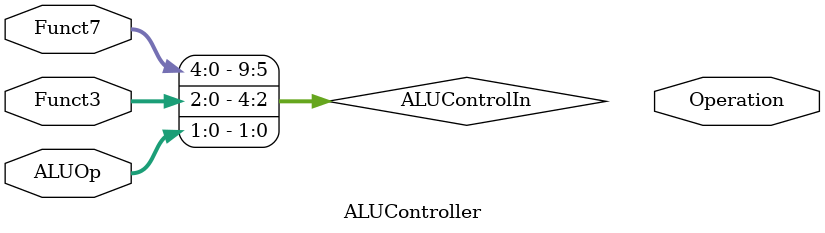
<source format=v>
`timescale 1ns / 1ps

module ALUController (
    ALUOp, Funct7, Funct3, Operation
    );
    
    input [1:0] ALUOp;
    input [6:0] Funct7;
    input [2:0] Funct3;
    output [3:0] Operation;
    
    wire [9:0] ALUControlIn;
    assign ALUControlIn = {Funct7, Funct3, ALUOp};
    
endmodule

</source>
